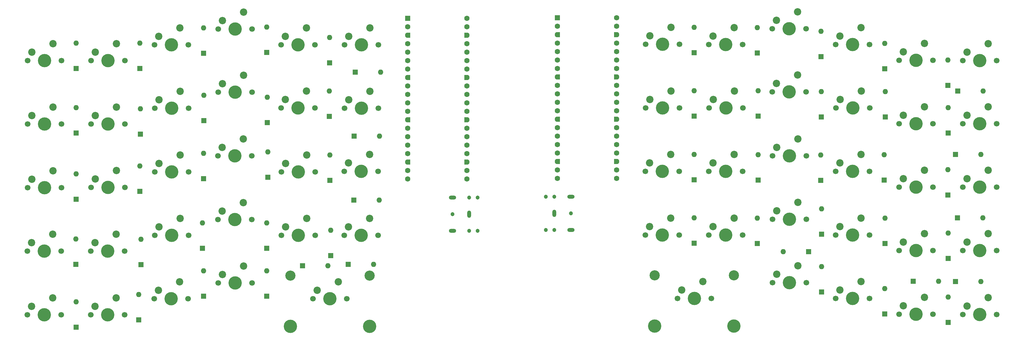
<source format=gts>
G04 #@! TF.GenerationSoftware,KiCad,Pcbnew,9.0.2*
G04 #@! TF.CreationDate,2025-05-23T18:35:34-06:00*
G04 #@! TF.ProjectId,Colette,436f6c65-7474-4652-9e6b-696361645f70,rev?*
G04 #@! TF.SameCoordinates,Original*
G04 #@! TF.FileFunction,Soldermask,Top*
G04 #@! TF.FilePolarity,Negative*
%FSLAX46Y46*%
G04 Gerber Fmt 4.6, Leading zero omitted, Abs format (unit mm)*
G04 Created by KiCad (PCBNEW 9.0.2) date 2025-05-23 18:35:34*
%MOMM*%
%LPD*%
G01*
G04 APERTURE LIST*
G04 Aperture macros list*
%AMRoundRect*
0 Rectangle with rounded corners*
0 $1 Rounding radius*
0 $2 $3 $4 $5 $6 $7 $8 $9 X,Y pos of 4 corners*
0 Add a 4 corners polygon primitive as box body*
4,1,4,$2,$3,$4,$5,$6,$7,$8,$9,$2,$3,0*
0 Add four circle primitives for the rounded corners*
1,1,$1+$1,$2,$3*
1,1,$1+$1,$4,$5*
1,1,$1+$1,$6,$7*
1,1,$1+$1,$8,$9*
0 Add four rect primitives between the rounded corners*
20,1,$1+$1,$2,$3,$4,$5,0*
20,1,$1+$1,$4,$5,$6,$7,0*
20,1,$1+$1,$6,$7,$8,$9,0*
20,1,$1+$1,$8,$9,$2,$3,0*%
%AMFreePoly0*
4,1,37,0.603843,0.796157,0.639018,0.796157,0.711114,0.766294,0.766294,0.711114,0.796157,0.639018,0.796157,0.603843,0.800000,0.600000,0.800000,-0.600000,0.796157,-0.603843,0.796157,-0.639018,0.766294,-0.711114,0.711114,-0.766294,0.639018,-0.796157,0.603843,-0.796157,0.600000,-0.800000,0.000000,-0.800000,0.000000,-0.796148,-0.078414,-0.796148,-0.232228,-0.765552,-0.377117,-0.705537,
-0.507515,-0.618408,-0.618408,-0.507515,-0.705537,-0.377117,-0.765552,-0.232228,-0.796148,-0.078414,-0.796148,0.078414,-0.765552,0.232228,-0.705537,0.377117,-0.618408,0.507515,-0.507515,0.618408,-0.377117,0.705537,-0.232228,0.765552,-0.078414,0.796148,0.000000,0.796148,0.000000,0.800000,0.600000,0.800000,0.603843,0.796157,0.603843,0.796157,$1*%
%AMFreePoly1*
4,1,37,0.000000,0.796148,0.078414,0.796148,0.232228,0.765552,0.377117,0.705537,0.507515,0.618408,0.618408,0.507515,0.705537,0.377117,0.765552,0.232228,0.796148,0.078414,0.796148,-0.078414,0.765552,-0.232228,0.705537,-0.377117,0.618408,-0.507515,0.507515,-0.618408,0.377117,-0.705537,0.232228,-0.765552,0.078414,-0.796148,0.000000,-0.796148,0.000000,-0.800000,-0.600000,-0.800000,
-0.603843,-0.796157,-0.639018,-0.796157,-0.711114,-0.766294,-0.766294,-0.711114,-0.796157,-0.639018,-0.796157,-0.603843,-0.800000,-0.600000,-0.800000,0.600000,-0.796157,0.603843,-0.796157,0.639018,-0.766294,0.711114,-0.711114,0.766294,-0.639018,0.796157,-0.603843,0.796157,-0.600000,0.800000,0.000000,0.800000,0.000000,0.796148,0.000000,0.796148,$1*%
G04 Aperture macros list end*
%ADD10C,1.700000*%
%ADD11C,4.000000*%
%ADD12C,2.200000*%
%ADD13R,1.600000X1.600000*%
%ADD14O,1.600000X1.600000*%
%ADD15C,3.050000*%
%ADD16C,1.200000*%
%ADD17O,2.200000X1.200000*%
%ADD18O,1.200000X2.200000*%
%ADD19RoundRect,0.200000X-0.600000X-0.600000X0.600000X-0.600000X0.600000X0.600000X-0.600000X0.600000X0*%
%ADD20C,1.600000*%
%ADD21FreePoly0,0.000000*%
%ADD22FreePoly1,0.000000*%
G04 APERTURE END LIST*
D10*
X315455000Y-92187500D03*
D11*
X320535000Y-92187500D03*
D10*
X325615000Y-92187500D03*
D12*
X323075000Y-87107500D03*
X316725000Y-89647500D03*
D13*
X87520000Y-72127500D03*
D14*
X87520000Y-64507500D03*
D13*
X291975000Y-130265000D03*
D14*
X291975000Y-122645000D03*
D13*
X87420000Y-51927500D03*
D14*
X87420000Y-44307500D03*
D13*
X106720000Y-89227500D03*
D14*
X106720000Y-81607500D03*
D13*
X49220000Y-56527500D03*
D14*
X49220000Y-48907500D03*
D10*
X53600000Y-130500000D03*
D11*
X58680000Y-130500000D03*
D10*
X63760000Y-130500000D03*
D12*
X61220000Y-125420000D03*
X54870000Y-127960000D03*
D10*
X129700000Y-106657500D03*
D11*
X134780000Y-106657500D03*
D10*
X139860000Y-106657500D03*
D12*
X137320000Y-101577500D03*
X130970000Y-104117500D03*
D13*
X106620000Y-72727500D03*
D14*
X106620000Y-65107500D03*
D13*
X234775000Y-89965000D03*
D14*
X234775000Y-82345000D03*
D13*
X272775000Y-90155000D03*
D14*
X272775000Y-82535000D03*
D10*
X296305000Y-130347500D03*
D11*
X301385000Y-130347500D03*
D10*
X306465000Y-130347500D03*
D12*
X303925000Y-125267500D03*
X297575000Y-127807500D03*
D10*
X258355000Y-101762500D03*
D11*
X263435000Y-101762500D03*
D10*
X268515000Y-101762500D03*
D12*
X265975000Y-96682500D03*
X259625000Y-99222500D03*
D15*
X113530000Y-118697500D03*
D11*
X113530000Y-133937500D03*
D10*
X120350000Y-125697500D03*
D11*
X125430000Y-125697500D03*
D10*
X130510000Y-125697500D03*
D15*
X137330000Y-118697500D03*
D11*
X137330000Y-133937500D03*
D12*
X127970000Y-120617500D03*
X121620000Y-123157500D03*
D13*
X106420000Y-124927500D03*
D14*
X106420000Y-117307500D03*
D10*
X91800000Y-101875000D03*
D11*
X96880000Y-101875000D03*
D10*
X101960000Y-101875000D03*
D12*
X99420000Y-96795000D03*
X93070000Y-99335000D03*
D13*
X125620000Y-112727500D03*
D14*
X125620000Y-105107500D03*
D16*
X192750000Y-95000000D03*
X190250000Y-95000000D03*
X197750000Y-100000000D03*
X192750000Y-105000000D03*
X190250000Y-105000000D03*
D17*
X197750000Y-95000000D03*
D18*
X192750000Y-100000000D03*
D17*
X197750000Y-105000000D03*
D10*
X129750000Y-49397500D03*
D11*
X134830000Y-49397500D03*
D10*
X139910000Y-49397500D03*
D12*
X137370000Y-44317500D03*
X131020000Y-46857500D03*
D13*
X273075000Y-106255000D03*
D14*
X273075000Y-98635000D03*
D10*
X220195000Y-68345000D03*
D11*
X225275000Y-68345000D03*
D10*
X230355000Y-68345000D03*
D12*
X227815000Y-63265000D03*
X221465000Y-65805000D03*
D13*
X273075000Y-123655000D03*
D14*
X273075000Y-116035000D03*
D10*
X239255000Y-68325000D03*
D11*
X244335000Y-68325000D03*
D10*
X249415000Y-68325000D03*
D12*
X246875000Y-63245000D03*
X240525000Y-65785000D03*
D10*
X296355000Y-92187500D03*
D11*
X301435000Y-92187500D03*
D10*
X306515000Y-92187500D03*
D12*
X303975000Y-87107500D03*
X297625000Y-89647500D03*
D10*
X110750000Y-68397500D03*
D11*
X115830000Y-68397500D03*
D10*
X120910000Y-68397500D03*
D12*
X118370000Y-63317500D03*
X112020000Y-65857500D03*
D10*
X110750000Y-49397500D03*
D11*
X115830000Y-49397500D03*
D10*
X120910000Y-49397500D03*
D12*
X118370000Y-44317500D03*
X112020000Y-46857500D03*
D10*
X296355000Y-54087500D03*
D11*
X301435000Y-54087500D03*
D10*
X306515000Y-54087500D03*
D12*
X303975000Y-49007500D03*
X297625000Y-51547500D03*
D10*
X72750000Y-49397500D03*
D11*
X77830000Y-49397500D03*
D10*
X82910000Y-49397500D03*
D12*
X80370000Y-44317500D03*
X74020000Y-46857500D03*
D13*
X311075000Y-113555000D03*
D14*
X311075000Y-105935000D03*
D10*
X277355000Y-68325000D03*
D11*
X282435000Y-68325000D03*
D10*
X287515000Y-68325000D03*
D12*
X284975000Y-63245000D03*
X278625000Y-65785000D03*
D15*
X222935000Y-118625000D03*
D11*
X222935000Y-133865000D03*
D10*
X229755000Y-125625000D03*
D11*
X234835000Y-125625000D03*
D10*
X239915000Y-125625000D03*
D15*
X246735000Y-118625000D03*
D11*
X246735000Y-133865000D03*
D12*
X237375000Y-120545000D03*
X231025000Y-123085000D03*
D10*
X239205000Y-87385000D03*
D11*
X244285000Y-87385000D03*
D10*
X249365000Y-87385000D03*
D12*
X246825000Y-82305000D03*
X240475000Y-84845000D03*
D10*
X277255000Y-125625000D03*
D11*
X282335000Y-125625000D03*
D10*
X287415000Y-125625000D03*
D12*
X284875000Y-120545000D03*
X278525000Y-123085000D03*
D13*
X133010000Y-57607500D03*
D14*
X140630000Y-57607500D03*
D10*
X315455000Y-73087500D03*
D11*
X320535000Y-73087500D03*
D10*
X325615000Y-73087500D03*
D12*
X323075000Y-68007500D03*
X316725000Y-70547500D03*
D10*
X72800000Y-106637500D03*
D11*
X77880000Y-106637500D03*
D10*
X82960000Y-106637500D03*
D12*
X80420000Y-101557500D03*
X74070000Y-104097500D03*
D13*
X253775000Y-109055000D03*
D14*
X253775000Y-101435000D03*
D13*
X234775000Y-70855000D03*
D14*
X234775000Y-63235000D03*
D10*
X258355000Y-120862500D03*
D11*
X263435000Y-120862500D03*
D10*
X268515000Y-120862500D03*
D12*
X265975000Y-115782500D03*
X259625000Y-118322500D03*
D10*
X72800000Y-87537500D03*
D11*
X77880000Y-87537500D03*
D10*
X82960000Y-87537500D03*
D12*
X80420000Y-82457500D03*
X74070000Y-84997500D03*
D13*
X310975000Y-94555000D03*
D14*
X310975000Y-86935000D03*
D10*
X129700000Y-87437500D03*
D11*
X134780000Y-87437500D03*
D10*
X139860000Y-87437500D03*
D12*
X137320000Y-82357500D03*
X130970000Y-84897500D03*
D13*
X125420000Y-90117500D03*
D14*
X125420000Y-82497500D03*
D10*
X72650000Y-125697500D03*
D11*
X77730000Y-125697500D03*
D10*
X82810000Y-125697500D03*
D12*
X80270000Y-120617500D03*
X73920000Y-123157500D03*
D13*
X253975000Y-70855000D03*
D14*
X253975000Y-63235000D03*
D10*
X220155000Y-106525000D03*
D11*
X225235000Y-106525000D03*
D10*
X230315000Y-106525000D03*
D12*
X227775000Y-101445000D03*
X221425000Y-103985000D03*
D10*
X315505000Y-54147500D03*
D11*
X320585000Y-54147500D03*
D10*
X325665000Y-54147500D03*
D12*
X323125000Y-49067500D03*
X316775000Y-51607500D03*
D13*
X125220000Y-70907500D03*
D14*
X125220000Y-63287500D03*
D13*
X272875000Y-52965000D03*
D14*
X272875000Y-45345000D03*
D13*
X291875000Y-90065000D03*
D14*
X291875000Y-82445000D03*
D13*
X68620000Y-115427500D03*
D14*
X68620000Y-107807500D03*
D10*
X53650000Y-92260000D03*
D11*
X58730000Y-92260000D03*
D10*
X63810000Y-92260000D03*
D12*
X61270000Y-87180000D03*
X54920000Y-89720000D03*
D13*
X313955000Y-63245000D03*
D14*
X321575000Y-63245000D03*
D13*
X292175000Y-71055000D03*
D14*
X292175000Y-63435000D03*
D13*
X313265000Y-120545000D03*
D14*
X320885000Y-120545000D03*
D10*
X277255000Y-87425000D03*
D11*
X282335000Y-87425000D03*
D10*
X287415000Y-87425000D03*
D12*
X284875000Y-82345000D03*
X278525000Y-84885000D03*
D13*
X49120000Y-115317500D03*
D14*
X49120000Y-107697500D03*
D13*
X49220000Y-75927500D03*
D14*
X49220000Y-68307500D03*
D10*
X53650000Y-54160000D03*
D11*
X58730000Y-54160000D03*
D10*
X63810000Y-54160000D03*
D12*
X61270000Y-49080000D03*
X54920000Y-51620000D03*
D10*
X91850000Y-120935000D03*
D11*
X96930000Y-120935000D03*
D10*
X102010000Y-120935000D03*
D12*
X99470000Y-115855000D03*
X93120000Y-118395000D03*
D13*
X125320000Y-54827500D03*
D14*
X125320000Y-47207500D03*
D19*
X148720000Y-41447500D03*
D20*
X148720000Y-43987500D03*
D21*
X148720000Y-46527500D03*
D20*
X148720000Y-49067500D03*
X148720000Y-51607500D03*
X148720000Y-54147500D03*
X148720000Y-56687500D03*
D21*
X148720000Y-59227500D03*
D20*
X148720000Y-61767500D03*
X148720000Y-64307500D03*
X148720000Y-66847500D03*
X148720000Y-69387500D03*
D21*
X148720000Y-71927500D03*
D20*
X148720000Y-74467500D03*
X148720000Y-77007500D03*
X148720000Y-79547500D03*
X148720000Y-82087500D03*
D21*
X148720000Y-84627500D03*
D20*
X148720000Y-87167500D03*
X148720000Y-89707500D03*
X166500000Y-89707500D03*
X166500000Y-87167500D03*
D22*
X166500000Y-84627500D03*
D20*
X166500000Y-82087500D03*
X166500000Y-79547500D03*
X166500000Y-77007500D03*
X166500000Y-74467500D03*
D22*
X166500000Y-71927500D03*
D20*
X166500000Y-69387500D03*
X166500000Y-66847500D03*
X166500000Y-64307500D03*
X166500000Y-61767500D03*
D22*
X166500000Y-59227500D03*
D20*
X166500000Y-56687500D03*
X166500000Y-54147500D03*
X166500000Y-51607500D03*
X166500000Y-49067500D03*
D22*
X166500000Y-46527500D03*
D20*
X166500000Y-43987500D03*
X166500000Y-41447500D03*
D10*
X34600000Y-54160000D03*
D11*
X39680000Y-54160000D03*
D10*
X44760000Y-54160000D03*
D12*
X42220000Y-49080000D03*
X35870000Y-51620000D03*
D13*
X87420000Y-89617500D03*
D14*
X87420000Y-81997500D03*
D10*
X296355000Y-73087500D03*
D11*
X301435000Y-73087500D03*
D10*
X306515000Y-73087500D03*
D12*
X303975000Y-68007500D03*
X297625000Y-70547500D03*
D19*
X193750000Y-41250000D03*
D20*
X193750000Y-43790000D03*
D21*
X193750000Y-46330000D03*
D20*
X193750000Y-48870000D03*
X193750000Y-51410000D03*
X193750000Y-53950000D03*
X193750000Y-56490000D03*
D21*
X193750000Y-59030000D03*
D20*
X193750000Y-61570000D03*
X193750000Y-64110000D03*
X193750000Y-66650000D03*
X193750000Y-69190000D03*
D21*
X193750000Y-71730000D03*
D20*
X193750000Y-74270000D03*
X193750000Y-76810000D03*
X193750000Y-79350000D03*
X193750000Y-81890000D03*
D21*
X193750000Y-84430000D03*
D20*
X193750000Y-86970000D03*
X193750000Y-89510000D03*
X211530000Y-89510000D03*
X211530000Y-86970000D03*
D22*
X211530000Y-84430000D03*
D20*
X211530000Y-81890000D03*
X211530000Y-79350000D03*
X211530000Y-76810000D03*
X211530000Y-74270000D03*
D22*
X211530000Y-71730000D03*
D20*
X211530000Y-69190000D03*
X211530000Y-66650000D03*
X211530000Y-64110000D03*
X211530000Y-61570000D03*
D22*
X211530000Y-59030000D03*
D20*
X211530000Y-56490000D03*
X211530000Y-53950000D03*
X211530000Y-51410000D03*
X211530000Y-48870000D03*
D22*
X211530000Y-46330000D03*
D20*
X211530000Y-43790000D03*
X211530000Y-41250000D03*
D13*
X269185000Y-111545000D03*
D14*
X261565000Y-111545000D03*
D10*
X34600000Y-92300000D03*
D11*
X39680000Y-92300000D03*
D10*
X44760000Y-92300000D03*
D12*
X42220000Y-87220000D03*
X35870000Y-89760000D03*
D10*
X315455000Y-130387500D03*
D11*
X320535000Y-130387500D03*
D10*
X325615000Y-130387500D03*
D12*
X323075000Y-125307500D03*
X316725000Y-127847500D03*
D13*
X311075000Y-132755000D03*
D14*
X311075000Y-125135000D03*
D10*
X220155000Y-87425000D03*
D11*
X225235000Y-87425000D03*
D10*
X230315000Y-87425000D03*
D12*
X227775000Y-82345000D03*
X221425000Y-84885000D03*
D13*
X132610000Y-96007500D03*
D14*
X140230000Y-96007500D03*
D13*
X313255000Y-82345000D03*
D14*
X320875000Y-82345000D03*
D10*
X91820000Y-44635000D03*
D11*
X96900000Y-44635000D03*
D10*
X101980000Y-44635000D03*
D12*
X99440000Y-39555000D03*
X93090000Y-42095000D03*
D13*
X300555000Y-120445000D03*
D14*
X308175000Y-120445000D03*
D10*
X110800000Y-87537500D03*
D11*
X115880000Y-87537500D03*
D10*
X120960000Y-87537500D03*
D12*
X118420000Y-82457500D03*
X112070000Y-84997500D03*
D13*
X132700000Y-76807500D03*
D14*
X140320000Y-76807500D03*
D10*
X277255000Y-106525000D03*
D11*
X282335000Y-106525000D03*
D10*
X287415000Y-106525000D03*
D12*
X284875000Y-101445000D03*
X278525000Y-103985000D03*
D13*
X87120000Y-110527500D03*
D14*
X87120000Y-102907500D03*
D13*
X311075000Y-75865000D03*
D14*
X311075000Y-68245000D03*
D13*
X253975000Y-90055000D03*
D14*
X253975000Y-82435000D03*
D13*
X313855000Y-101345000D03*
D14*
X321475000Y-101345000D03*
D10*
X34500000Y-130500000D03*
D11*
X39580000Y-130500000D03*
D10*
X44660000Y-130500000D03*
D12*
X42120000Y-125420000D03*
X35770000Y-127960000D03*
D13*
X291975000Y-56555000D03*
D14*
X291975000Y-48935000D03*
D13*
X272975000Y-71065000D03*
D14*
X272975000Y-63445000D03*
D13*
X234775000Y-108965000D03*
D14*
X234775000Y-101345000D03*
D13*
X68320000Y-56527500D03*
D14*
X68320000Y-48907500D03*
D13*
X117210000Y-115807500D03*
D14*
X124830000Y-115807500D03*
D10*
X258355000Y-82762500D03*
D11*
X263435000Y-82762500D03*
D10*
X268515000Y-82762500D03*
D12*
X265975000Y-77682500D03*
X259625000Y-80222500D03*
D10*
X296355000Y-111187500D03*
D11*
X301435000Y-111187500D03*
D10*
X306515000Y-111187500D03*
D12*
X303975000Y-106107500D03*
X297625000Y-108647500D03*
D13*
X130910000Y-115307500D03*
D14*
X138530000Y-115307500D03*
D10*
X53700000Y-73200000D03*
D11*
X58780000Y-73200000D03*
D10*
X63860000Y-73200000D03*
D12*
X61320000Y-68120000D03*
X54970000Y-70660000D03*
D13*
X106420000Y-110517500D03*
D14*
X106420000Y-102897500D03*
D13*
X253775000Y-51865000D03*
D14*
X253775000Y-44245000D03*
D10*
X91800000Y-82775000D03*
D11*
X96880000Y-82775000D03*
D10*
X101960000Y-82775000D03*
D12*
X99420000Y-77695000D03*
X93070000Y-80235000D03*
D10*
X239205000Y-106525000D03*
D11*
X244285000Y-106525000D03*
D10*
X249365000Y-106525000D03*
D12*
X246825000Y-101445000D03*
X240475000Y-103985000D03*
D13*
X68020000Y-132017500D03*
D14*
X68020000Y-124397500D03*
D13*
X106420000Y-51717500D03*
D14*
X106420000Y-44097500D03*
D13*
X68320000Y-93417500D03*
D14*
X68320000Y-85797500D03*
D10*
X72800000Y-68437500D03*
D11*
X77880000Y-68437500D03*
D10*
X82960000Y-68437500D03*
D12*
X80420000Y-63357500D03*
X74070000Y-65897500D03*
D10*
X258255000Y-63562500D03*
D11*
X263335000Y-63562500D03*
D10*
X268415000Y-63562500D03*
D12*
X265875000Y-58482500D03*
X259525000Y-61022500D03*
D13*
X68520000Y-76227500D03*
D14*
X68520000Y-68607500D03*
D13*
X87420000Y-124917500D03*
D14*
X87420000Y-117297500D03*
D10*
X220195000Y-49245000D03*
D11*
X225275000Y-49245000D03*
D10*
X230355000Y-49245000D03*
D12*
X227815000Y-44165000D03*
X221465000Y-46705000D03*
D16*
X167250000Y-105250000D03*
X169750000Y-105250000D03*
X162250000Y-100250000D03*
X167250000Y-95250000D03*
X169750000Y-95250000D03*
D17*
X162250000Y-105250000D03*
D18*
X167250000Y-100250000D03*
D17*
X162250000Y-95250000D03*
D10*
X91850000Y-63635000D03*
D11*
X96930000Y-63635000D03*
D10*
X102010000Y-63635000D03*
D12*
X99470000Y-58555000D03*
X93120000Y-61095000D03*
D10*
X315455000Y-111187500D03*
D11*
X320535000Y-111187500D03*
D10*
X325615000Y-111187500D03*
D12*
X323075000Y-106107500D03*
X316725000Y-108647500D03*
D13*
X234775000Y-51765000D03*
D14*
X234775000Y-44145000D03*
D10*
X277255000Y-49325000D03*
D11*
X282335000Y-49325000D03*
D10*
X287415000Y-49325000D03*
D12*
X284875000Y-44245000D03*
X278525000Y-46785000D03*
D10*
X34600000Y-73200000D03*
D11*
X39680000Y-73200000D03*
D10*
X44760000Y-73200000D03*
D12*
X42220000Y-68120000D03*
X35870000Y-70660000D03*
D13*
X49220000Y-134217500D03*
D14*
X49220000Y-126597500D03*
D13*
X49220000Y-95817500D03*
D14*
X49220000Y-88197500D03*
D10*
X110800000Y-106637500D03*
D11*
X115880000Y-106637500D03*
D10*
X120960000Y-106637500D03*
D12*
X118420000Y-101557500D03*
X112070000Y-104097500D03*
D10*
X239205000Y-49285000D03*
D11*
X244285000Y-49285000D03*
D10*
X249365000Y-49285000D03*
D12*
X246825000Y-44205000D03*
X240475000Y-46745000D03*
D10*
X129800000Y-68437500D03*
D11*
X134880000Y-68437500D03*
D10*
X139960000Y-68437500D03*
D12*
X137420000Y-63357500D03*
X131070000Y-65897500D03*
D10*
X258255000Y-44562500D03*
D11*
X263335000Y-44562500D03*
D10*
X268415000Y-44562500D03*
D12*
X265875000Y-39482500D03*
X259525000Y-42022500D03*
D13*
X310975000Y-61565000D03*
D14*
X310975000Y-53945000D03*
D10*
X34500000Y-111400000D03*
D11*
X39580000Y-111400000D03*
D10*
X44660000Y-111400000D03*
D12*
X42120000Y-106320000D03*
X35770000Y-108860000D03*
D10*
X53600000Y-111400000D03*
D11*
X58680000Y-111400000D03*
D10*
X63760000Y-111400000D03*
D12*
X61220000Y-106320000D03*
X54870000Y-108860000D03*
D13*
X292075000Y-109055000D03*
D14*
X292075000Y-101435000D03*
M02*

</source>
